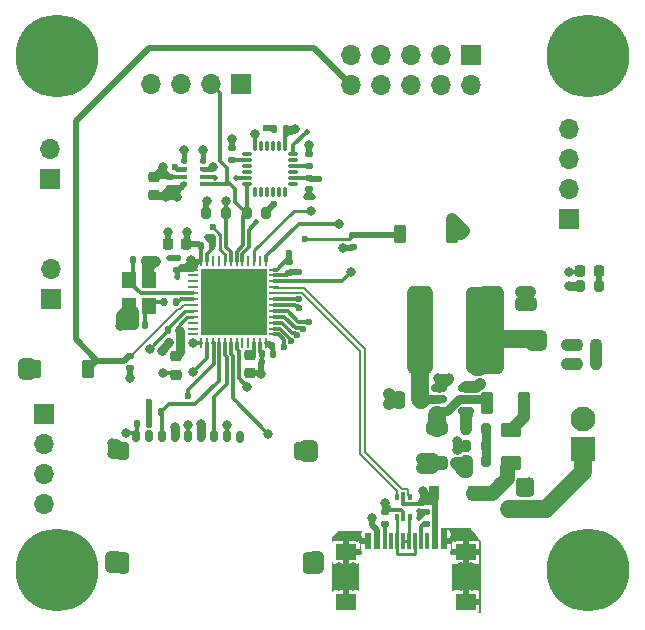
<source format=gbr>
%TF.GenerationSoftware,KiCad,Pcbnew,(6.0.7)*%
%TF.CreationDate,2022-09-16T23:20:04-07:00*%
%TF.ProjectId,All-in-one,416c6c2d-696e-42d6-9f6e-652e6b696361,rev?*%
%TF.SameCoordinates,Original*%
%TF.FileFunction,Copper,L1,Top*%
%TF.FilePolarity,Positive*%
%FSLAX46Y46*%
G04 Gerber Fmt 4.6, Leading zero omitted, Abs format (unit mm)*
G04 Created by KiCad (PCBNEW (6.0.7)) date 2022-09-16 23:20:04*
%MOMM*%
%LPD*%
G01*
G04 APERTURE LIST*
G04 Aperture macros list*
%AMRoundRect*
0 Rectangle with rounded corners*
0 $1 Rounding radius*
0 $2 $3 $4 $5 $6 $7 $8 $9 X,Y pos of 4 corners*
0 Add a 4 corners polygon primitive as box body*
4,1,4,$2,$3,$4,$5,$6,$7,$8,$9,$2,$3,0*
0 Add four circle primitives for the rounded corners*
1,1,$1+$1,$2,$3*
1,1,$1+$1,$4,$5*
1,1,$1+$1,$6,$7*
1,1,$1+$1,$8,$9*
0 Add four rect primitives between the rounded corners*
20,1,$1+$1,$2,$3,$4,$5,0*
20,1,$1+$1,$4,$5,$6,$7,0*
20,1,$1+$1,$6,$7,$8,$9,0*
20,1,$1+$1,$8,$9,$2,$3,0*%
G04 Aperture macros list end*
%TA.AperFunction,SMDPad,CuDef*%
%ADD10R,1.800000X1.450000*%
%TD*%
%TA.AperFunction,SMDPad,CuDef*%
%ADD11R,0.300000X1.450000*%
%TD*%
%TA.AperFunction,SMDPad,CuDef*%
%ADD12R,0.600000X1.450000*%
%TD*%
%TA.AperFunction,SMDPad,CuDef*%
%ADD13RoundRect,0.135000X-0.135000X-0.185000X0.135000X-0.185000X0.135000X0.185000X-0.135000X0.185000X0*%
%TD*%
%TA.AperFunction,SMDPad,CuDef*%
%ADD14RoundRect,0.250000X0.625000X-0.375000X0.625000X0.375000X-0.625000X0.375000X-0.625000X-0.375000X0*%
%TD*%
%TA.AperFunction,SMDPad,CuDef*%
%ADD15RoundRect,0.200000X0.200000X0.275000X-0.200000X0.275000X-0.200000X-0.275000X0.200000X-0.275000X0*%
%TD*%
%TA.AperFunction,SMDPad,CuDef*%
%ADD16RoundRect,0.200000X-0.200000X-0.275000X0.200000X-0.275000X0.200000X0.275000X-0.200000X0.275000X0*%
%TD*%
%TA.AperFunction,ComponentPad*%
%ADD17C,0.800000*%
%TD*%
%TA.AperFunction,ComponentPad*%
%ADD18C,7.000000*%
%TD*%
%TA.AperFunction,SMDPad,CuDef*%
%ADD19R,1.200000X1.400000*%
%TD*%
%TA.AperFunction,SMDPad,CuDef*%
%ADD20R,0.375000X0.500000*%
%TD*%
%TA.AperFunction,SMDPad,CuDef*%
%ADD21R,0.300000X0.650000*%
%TD*%
%TA.AperFunction,SMDPad,CuDef*%
%ADD22RoundRect,0.250000X0.275000X0.700000X-0.275000X0.700000X-0.275000X-0.700000X0.275000X-0.700000X0*%
%TD*%
%TA.AperFunction,SMDPad,CuDef*%
%ADD23RoundRect,0.135000X0.135000X0.185000X-0.135000X0.185000X-0.135000X-0.185000X0.135000X-0.185000X0*%
%TD*%
%TA.AperFunction,SMDPad,CuDef*%
%ADD24RoundRect,0.262500X-0.262500X-0.537500X0.262500X-0.537500X0.262500X0.537500X-0.262500X0.537500X0*%
%TD*%
%TA.AperFunction,SMDPad,CuDef*%
%ADD25RoundRect,0.140000X-0.170000X0.140000X-0.170000X-0.140000X0.170000X-0.140000X0.170000X0.140000X0*%
%TD*%
%TA.AperFunction,SMDPad,CuDef*%
%ADD26RoundRect,0.135000X-0.185000X0.135000X-0.185000X-0.135000X0.185000X-0.135000X0.185000X0.135000X0*%
%TD*%
%TA.AperFunction,SMDPad,CuDef*%
%ADD27RoundRect,0.140000X0.170000X-0.140000X0.170000X0.140000X-0.170000X0.140000X-0.170000X-0.140000X0*%
%TD*%
%TA.AperFunction,SMDPad,CuDef*%
%ADD28RoundRect,0.140000X-0.140000X-0.170000X0.140000X-0.170000X0.140000X0.170000X-0.140000X0.170000X0*%
%TD*%
%TA.AperFunction,ComponentPad*%
%ADD29O,1.700000X1.700000*%
%TD*%
%TA.AperFunction,ComponentPad*%
%ADD30R,1.700000X1.700000*%
%TD*%
%TA.AperFunction,SMDPad,CuDef*%
%ADD31RoundRect,0.150000X-0.150000X0.587500X-0.150000X-0.587500X0.150000X-0.587500X0.150000X0.587500X0*%
%TD*%
%TA.AperFunction,SMDPad,CuDef*%
%ADD32RoundRect,0.147500X-0.147500X-0.172500X0.147500X-0.172500X0.147500X0.172500X-0.147500X0.172500X0*%
%TD*%
%TA.AperFunction,SMDPad,CuDef*%
%ADD33RoundRect,0.262500X0.262500X0.537500X-0.262500X0.537500X-0.262500X-0.537500X0.262500X-0.537500X0*%
%TD*%
%TA.AperFunction,SMDPad,CuDef*%
%ADD34RoundRect,0.075000X0.075000X-0.350000X0.075000X0.350000X-0.075000X0.350000X-0.075000X-0.350000X0*%
%TD*%
%TA.AperFunction,SMDPad,CuDef*%
%ADD35RoundRect,0.075000X0.350000X0.075000X-0.350000X0.075000X-0.350000X-0.075000X0.350000X-0.075000X0*%
%TD*%
%TA.AperFunction,SMDPad,CuDef*%
%ADD36RoundRect,0.225000X0.225000X0.250000X-0.225000X0.250000X-0.225000X-0.250000X0.225000X-0.250000X0*%
%TD*%
%TA.AperFunction,SMDPad,CuDef*%
%ADD37RoundRect,0.250000X0.250000X0.475000X-0.250000X0.475000X-0.250000X-0.475000X0.250000X-0.475000X0*%
%TD*%
%TA.AperFunction,SMDPad,CuDef*%
%ADD38RoundRect,0.225000X-0.250000X0.225000X-0.250000X-0.225000X0.250000X-0.225000X0.250000X0.225000X0*%
%TD*%
%TA.AperFunction,SMDPad,CuDef*%
%ADD39RoundRect,0.140000X0.140000X0.170000X-0.140000X0.170000X-0.140000X-0.170000X0.140000X-0.170000X0*%
%TD*%
%TA.AperFunction,SMDPad,CuDef*%
%ADD40R,0.500000X0.350000*%
%TD*%
%TA.AperFunction,SMDPad,CuDef*%
%ADD41RoundRect,0.218750X0.218750X0.256250X-0.218750X0.256250X-0.218750X-0.256250X0.218750X-0.256250X0*%
%TD*%
%TA.AperFunction,SMDPad,CuDef*%
%ADD42RoundRect,0.175000X-0.175000X-0.325000X0.175000X-0.325000X0.175000X0.325000X-0.175000X0.325000X0*%
%TD*%
%TA.AperFunction,SMDPad,CuDef*%
%ADD43RoundRect,0.250000X-0.250000X-0.500000X0.250000X-0.500000X0.250000X0.500000X-0.250000X0.500000X0*%
%TD*%
%TA.AperFunction,SMDPad,CuDef*%
%ADD44RoundRect,0.250000X-0.250000X-0.650000X0.250000X-0.650000X0.250000X0.650000X-0.250000X0.650000X0*%
%TD*%
%TA.AperFunction,SMDPad,CuDef*%
%ADD45RoundRect,0.250000X0.650000X-0.325000X0.650000X0.325000X-0.650000X0.325000X-0.650000X-0.325000X0*%
%TD*%
%TA.AperFunction,SMDPad,CuDef*%
%ADD46RoundRect,0.135000X0.185000X-0.135000X0.185000X0.135000X-0.185000X0.135000X-0.185000X-0.135000X0*%
%TD*%
%TA.AperFunction,SMDPad,CuDef*%
%ADD47RoundRect,0.150000X-0.512500X-0.150000X0.512500X-0.150000X0.512500X0.150000X-0.512500X0.150000X0*%
%TD*%
%TA.AperFunction,ComponentPad*%
%ADD48R,2.100000X2.100000*%
%TD*%
%TA.AperFunction,ComponentPad*%
%ADD49C,2.100000*%
%TD*%
%TA.AperFunction,SMDPad,CuDef*%
%ADD50RoundRect,0.250000X-0.650000X0.325000X-0.650000X-0.325000X0.650000X-0.325000X0.650000X0.325000X0*%
%TD*%
%TA.AperFunction,SMDPad,CuDef*%
%ADD51R,0.900000X1.200000*%
%TD*%
%TA.AperFunction,SMDPad,CuDef*%
%ADD52RoundRect,0.550000X-0.550000X-3.200000X0.550000X-3.200000X0.550000X3.200000X-0.550000X3.200000X0*%
%TD*%
%TA.AperFunction,SMDPad,CuDef*%
%ADD53RoundRect,0.062500X-0.375000X-0.062500X0.375000X-0.062500X0.375000X0.062500X-0.375000X0.062500X0*%
%TD*%
%TA.AperFunction,SMDPad,CuDef*%
%ADD54RoundRect,0.062500X-0.062500X-0.375000X0.062500X-0.375000X0.062500X0.375000X-0.062500X0.375000X0*%
%TD*%
%TA.AperFunction,SMDPad,CuDef*%
%ADD55R,5.600000X5.600000*%
%TD*%
%TA.AperFunction,ViaPad*%
%ADD56C,0.500000*%
%TD*%
%TA.AperFunction,ViaPad*%
%ADD57C,0.800000*%
%TD*%
%TA.AperFunction,ViaPad*%
%ADD58C,0.600000*%
%TD*%
%TA.AperFunction,Conductor*%
%ADD59C,0.400000*%
%TD*%
%TA.AperFunction,Conductor*%
%ADD60C,0.500000*%
%TD*%
%TA.AperFunction,Conductor*%
%ADD61C,1.000000*%
%TD*%
%TA.AperFunction,Conductor*%
%ADD62C,0.261112*%
%TD*%
%TA.AperFunction,Conductor*%
%ADD63C,1.500000*%
%TD*%
%TA.AperFunction,Conductor*%
%ADD64C,0.300000*%
%TD*%
%TA.AperFunction,Conductor*%
%ADD65C,0.750000*%
%TD*%
%TA.AperFunction,Conductor*%
%ADD66C,0.175000*%
%TD*%
%TA.AperFunction,Conductor*%
%ADD67C,0.250000*%
%TD*%
%TA.AperFunction,Conductor*%
%ADD68C,0.200000*%
%TD*%
%TA.AperFunction,Conductor*%
%ADD69C,1.250000*%
%TD*%
G04 APERTURE END LIST*
D10*
%TO.P,J3,S1,SHIELD*%
%TO.N,GND*%
X51000000Y-62515000D03*
X51000000Y-66695000D03*
X61140000Y-62515000D03*
X61140000Y-66695000D03*
D11*
%TO.P,J3,B8,SBU2*%
%TO.N,unconnected-(J3-PadB8)*%
X54820000Y-61600000D03*
%TO.P,J3,B7,D-*%
%TO.N,USBC_CONND-*%
X55320000Y-61600000D03*
%TO.P,J3,B6,D+*%
%TO.N,USBC_CONND+*%
X56320000Y-61600000D03*
%TO.P,J3,B5,CC2*%
%TO.N,USBC_CONNCC2*%
X57320000Y-61600000D03*
D12*
%TO.P,J3,A9,VBUS*%
%TO.N,+5V*%
X58520000Y-61600000D03*
D11*
%TO.P,J3,A8,SBU1*%
%TO.N,unconnected-(J3-PadA8)*%
X57820000Y-61600000D03*
%TO.P,J3,A7,D-*%
%TO.N,USBC_CONND-*%
X56820000Y-61600000D03*
%TO.P,J3,A6,D+*%
%TO.N,USBC_CONND+*%
X55820000Y-61600000D03*
%TO.P,J3,A5,CC1*%
%TO.N,USBC_CONNCC1*%
X54320000Y-61600000D03*
D12*
%TO.P,J3,A4,VBUS*%
%TO.N,+5V*%
X53620000Y-61600000D03*
%TO.P,J3,A1,GND*%
%TO.N,GND*%
X52845000Y-61600000D03*
X59295000Y-61600000D03*
%TD*%
D13*
%TO.P,R11,1*%
%TO.N,SD_CARD_DET*%
X33290000Y-51650000D03*
%TO.P,R11,2*%
%TO.N,+3.3V*%
X34310000Y-51650000D03*
%TD*%
D14*
%TO.P,F1,1*%
%TO.N,Net-(D1-Pad1)*%
X64932500Y-54970000D03*
%TO.P,F1,2*%
%TO.N,Net-(F1-Pad2)*%
X64932500Y-52170000D03*
%TD*%
D15*
%TO.P,R3,2*%
%TO.N,GND*%
X61175000Y-54800000D03*
%TO.P,R3,1*%
%TO.N,Net-(R1-Pad2)*%
X62825000Y-54800000D03*
%TD*%
D16*
%TO.P,R2,1*%
%TO.N,+3.3V*%
X61175000Y-53500000D03*
%TO.P,R2,2*%
%TO.N,Net-(R1-Pad2)*%
X62825000Y-53500000D03*
%TD*%
%TO.P,R1,1*%
%TO.N,Net-(R1-Pad1)*%
X61175000Y-52100000D03*
%TO.P,R1,2*%
%TO.N,Net-(R1-Pad2)*%
X62825000Y-52100000D03*
%TD*%
D15*
%TO.P,R7,1*%
%TO.N,Net-(D3-Pad1)*%
X72425000Y-40000000D03*
%TO.P,R7,2*%
%TO.N,GND*%
X70775000Y-40000000D03*
%TD*%
D17*
%TO.P,H4,1,1*%
%TO.N,GND*%
X26500000Y-23125000D03*
X29125000Y-20500000D03*
D18*
X26500000Y-20500000D03*
D17*
X26500000Y-17875000D03*
X24643845Y-22356155D03*
X24643845Y-18643845D03*
X28356155Y-22356155D03*
X23875000Y-20500000D03*
X28356155Y-18643845D03*
%TD*%
D19*
%TO.P,Y1,1,1*%
%TO.N,HSE_IN*%
X32650000Y-39500000D03*
%TO.P,Y1,2,2*%
%TO.N,GND*%
X32650000Y-41700000D03*
%TO.P,Y1,3,3*%
%TO.N,Net-(C13-Pad1)*%
X34350000Y-41700000D03*
%TO.P,Y1,4,4*%
%TO.N,GND*%
X34350000Y-39500000D03*
%TD*%
D20*
%TO.P,U5,1,I/O1*%
%TO.N,USBC_CONND-*%
X55302500Y-59500000D03*
D21*
%TO.P,U5,2,GND*%
%TO.N,GND*%
X55840000Y-59575000D03*
D20*
%TO.P,U5,3,I/O2*%
%TO.N,USBC_CONND+*%
X56377500Y-59500000D03*
%TO.P,U5,4,I/O2*%
%TO.N,USB_D+*%
X56377500Y-57800000D03*
D21*
%TO.P,U5,5,VBUS*%
%TO.N,+5V*%
X55840000Y-57725000D03*
D20*
%TO.P,U5,6,I/O1*%
%TO.N,USB_D-*%
X55302500Y-57800000D03*
%TD*%
D22*
%TO.P,FB1,1*%
%TO.N,Net-(F1-Pad2)*%
X66075000Y-49900000D03*
%TO.P,FB1,2*%
%TO.N,Net-(C1-Pad1)*%
X62925000Y-49900000D03*
%TD*%
D23*
%TO.P,R6,1*%
%TO.N,HSE_OUT*%
X36610000Y-41300000D03*
%TO.P,R6,2*%
%TO.N,Net-(C13-Pad1)*%
X35590000Y-41300000D03*
%TD*%
D16*
%TO.P,R10,1*%
%TO.N,I2C1_SCL*%
X42575000Y-33800000D03*
%TO.P,R10,2*%
%TO.N,+3.3V*%
X44225000Y-33800000D03*
%TD*%
D24*
%TO.P,SW1,1,1*%
%TO.N,GND*%
X24675000Y-47000000D03*
%TO.P,SW1,2,2*%
%TO.N,NRST*%
X29125000Y-47000000D03*
%TD*%
D25*
%TO.P,C10,1*%
%TO.N,+3.3V*%
X46200000Y-37920000D03*
%TO.P,C10,2*%
%TO.N,GND*%
X46200000Y-38880000D03*
%TD*%
D23*
%TO.P,R8,1*%
%TO.N,SPI1_MISO*%
X35360000Y-50650000D03*
%TO.P,R8,2*%
%TO.N,+3.3V*%
X34340000Y-50650000D03*
%TD*%
D26*
%TO.P,R5,2*%
%TO.N,GND*%
X51600000Y-36710000D03*
%TO.P,R5,1*%
%TO.N,BOOT0*%
X51600000Y-35690000D03*
%TD*%
D27*
%TO.P,C19,1*%
%TO.N,Net-(C19-Pad1)*%
X47900000Y-29780000D03*
%TO.P,C19,2*%
%TO.N,GND*%
X47900000Y-28820000D03*
%TD*%
D28*
%TO.P,C12,1*%
%TO.N,HSE_IN*%
X32990000Y-37800000D03*
%TO.P,C12,2*%
%TO.N,GND*%
X33950000Y-37800000D03*
%TD*%
D29*
%TO.P,J9,4,Pin_4*%
%TO.N,GND*%
X69900000Y-26680000D03*
%TO.P,J9,3,Pin_3*%
%TO.N,UART2_RX*%
X69900000Y-29220000D03*
%TO.P,J9,2,Pin_2*%
%TO.N,UART2_TX*%
X69900000Y-31760000D03*
D30*
%TO.P,J9,1,Pin_1*%
%TO.N,+3.3V*%
X69900000Y-34300000D03*
%TD*%
D31*
%TO.P,Q1,1,G*%
%TO.N,GND*%
X65750000Y-56962500D03*
%TO.P,Q1,2,S*%
%TO.N,Net-(D1-Pad1)*%
X63850000Y-56962500D03*
%TO.P,Q1,3,D*%
%TO.N,+12V*%
X64800000Y-58837500D03*
%TD*%
D32*
%TO.P,L2,1*%
%TO.N,+3.3V*%
X36015000Y-44750000D03*
%TO.P,L2,2*%
%TO.N,+3.3VA*%
X36985000Y-44750000D03*
%TD*%
D33*
%TO.P,SW2,1,1*%
%TO.N,+3.3V*%
X60000000Y-35600000D03*
%TO.P,SW2,2,2*%
%TO.N,BOOT0*%
X55550000Y-35600000D03*
%TD*%
D34*
%TO.P,U4,1,CLKIN*%
%TO.N,unconnected-(U4-Pad1)*%
X43325000Y-32000000D03*
%TO.P,U4,2,NC*%
%TO.N,unconnected-(U4-Pad2)*%
X43825000Y-32000000D03*
%TO.P,U4,3,NC*%
%TO.N,unconnected-(U4-Pad3)*%
X44325000Y-32000000D03*
%TO.P,U4,4,NC*%
%TO.N,unconnected-(U4-Pad4)*%
X44825000Y-32000000D03*
%TO.P,U4,5,NC*%
%TO.N,unconnected-(U4-Pad5)*%
X45325000Y-32000000D03*
%TO.P,U4,6,AUX_SDA*%
%TO.N,unconnected-(U4-Pad6)*%
X45825000Y-32000000D03*
D35*
%TO.P,U4,7,AUX_SCL*%
%TO.N,unconnected-(U4-Pad7)*%
X46525000Y-31300000D03*
%TO.P,U4,8,VDDIO*%
%TO.N,+3.3V*%
X46525000Y-30800000D03*
%TO.P,U4,9,AD0*%
%TO.N,unconnected-(U4-Pad9)*%
X46525000Y-30300000D03*
%TO.P,U4,10,REGOUT*%
%TO.N,Net-(C19-Pad1)*%
X46525000Y-29800000D03*
%TO.P,U4,11,FSYNC*%
%TO.N,unconnected-(U4-Pad11)*%
X46525000Y-29300000D03*
%TO.P,U4,12,INT*%
%TO.N,MPU_INT*%
X46525000Y-28800000D03*
D34*
%TO.P,U4,13,VDD*%
%TO.N,+3.3V*%
X45825000Y-28100000D03*
%TO.P,U4,14,NC*%
%TO.N,unconnected-(U4-Pad14)*%
X45325000Y-28100000D03*
%TO.P,U4,15,NC*%
%TO.N,unconnected-(U4-Pad15)*%
X44825000Y-28100000D03*
%TO.P,U4,16,NC*%
%TO.N,unconnected-(U4-Pad16)*%
X44325000Y-28100000D03*
%TO.P,U4,17,NC*%
%TO.N,unconnected-(U4-Pad17)*%
X43825000Y-28100000D03*
%TO.P,U4,18,GND*%
%TO.N,GND*%
X43325000Y-28100000D03*
D35*
%TO.P,U4,19,NC*%
%TO.N,unconnected-(U4-Pad19)*%
X42625000Y-28800000D03*
%TO.P,U4,20,CPOUT*%
%TO.N,Net-(C20-Pad1)*%
X42625000Y-29300000D03*
%TO.P,U4,21,NC*%
%TO.N,unconnected-(U4-Pad21)*%
X42625000Y-29800000D03*
%TO.P,U4,22,NC*%
%TO.N,unconnected-(U4-Pad22)*%
X42625000Y-30300000D03*
%TO.P,U4,23,SCL*%
%TO.N,I2C1_SDA*%
X42625000Y-30800000D03*
%TO.P,U4,24,SDA*%
%TO.N,I2C1_SCL*%
X42625000Y-31300000D03*
%TD*%
D29*
%TO.P,J6,10,Pin_10*%
%TO.N,NRST*%
X51440000Y-22965000D03*
%TO.P,J6,9,Pin_9*%
%TO.N,GND*%
X51440000Y-20425000D03*
%TO.P,J6,8,Pin_8*%
%TO.N,unconnected-(J6-Pad8)*%
X53980000Y-22965000D03*
%TO.P,J6,7,Pin_7*%
%TO.N,unconnected-(J6-Pad7)*%
X53980000Y-20425000D03*
%TO.P,J6,6,Pin_6*%
%TO.N,SWO*%
X56520000Y-22965000D03*
%TO.P,J6,5,Pin_5*%
%TO.N,GND*%
X56520000Y-20425000D03*
%TO.P,J6,4,Pin_4*%
%TO.N,SWCLK*%
X59060000Y-22965000D03*
%TO.P,J6,3,Pin_3*%
%TO.N,GND*%
X59060000Y-20425000D03*
%TO.P,J6,2,Pin_2*%
%TO.N,SWDIO*%
X61600000Y-22965000D03*
D30*
%TO.P,J6,1,Pin_1*%
%TO.N,+3.3V*%
X61600000Y-20425000D03*
%TD*%
D36*
%TO.P,C7,1*%
%TO.N,+3.3V*%
X37475000Y-36400000D03*
%TO.P,C7,2*%
%TO.N,GND*%
X35925000Y-36400000D03*
%TD*%
D30*
%TO.P,J8,1,Pin_1*%
%TO.N,TIM3_CH4*%
X26000000Y-41060000D03*
D29*
%TO.P,J8,2,Pin_2*%
%TO.N,GND*%
X26000000Y-38520000D03*
%TD*%
D37*
%TO.P,C2,1*%
%TO.N,Net-(C2-Pad1)*%
X57350000Y-49600000D03*
%TO.P,C2,2*%
%TO.N,Net-(C2-Pad2)*%
X55450000Y-49600000D03*
%TD*%
D38*
%TO.P,C14,1*%
%TO.N,Net-(C14-Pad1)*%
X42900000Y-45825000D03*
%TO.P,C14,2*%
%TO.N,GND*%
X42900000Y-47375000D03*
%TD*%
D39*
%TO.P,C9,1*%
%TO.N,+3.3V*%
X44830000Y-45700000D03*
%TO.P,C9,2*%
%TO.N,GND*%
X43870000Y-45700000D03*
%TD*%
D28*
%TO.P,C11,1*%
%TO.N,+3.3V*%
X38720000Y-36600000D03*
%TO.P,C11,2*%
%TO.N,GND*%
X39680000Y-36600000D03*
%TD*%
D17*
%TO.P,H3,1,1*%
%TO.N,GND*%
X74125000Y-64000000D03*
X73356155Y-65856155D03*
X69643845Y-62143845D03*
X73356155Y-62143845D03*
X68875000Y-64000000D03*
X71500000Y-66625000D03*
X69643845Y-65856155D03*
X71500000Y-61375000D03*
D18*
X71500000Y-64000000D03*
%TD*%
D38*
%TO.P,C15,1*%
%TO.N,+3.3V*%
X34700000Y-30725000D03*
%TO.P,C15,2*%
%TO.N,GND*%
X34700000Y-32275000D03*
%TD*%
%TO.P,C5,1*%
%TO.N,+3.3VA*%
X36600000Y-45925000D03*
%TO.P,C5,2*%
%TO.N,GND*%
X36600000Y-47475000D03*
%TD*%
D15*
%TO.P,R4,1*%
%TO.N,Net-(D2-Pad1)*%
X72200000Y-46600000D03*
%TO.P,R4,2*%
%TO.N,GND*%
X70550000Y-46600000D03*
%TD*%
%TO.P,R9,1*%
%TO.N,I2C1_SDA*%
X40825000Y-33800000D03*
%TO.P,R9,2*%
%TO.N,+3.3V*%
X39175000Y-33800000D03*
%TD*%
D25*
%TO.P,C16,1*%
%TO.N,+3.3V*%
X36100000Y-30720000D03*
%TO.P,C16,2*%
%TO.N,GND*%
X36100000Y-31680000D03*
%TD*%
D39*
%TO.P,C18,1*%
%TO.N,+3.3V*%
X45880000Y-26700000D03*
%TO.P,C18,2*%
%TO.N,GND*%
X44920000Y-26700000D03*
%TD*%
D40*
%TO.P,U3,1,GND*%
%TO.N,GND*%
X38900000Y-29425000D03*
%TO.P,U3,2,CSB*%
%TO.N,+3.3V*%
X38900000Y-30075000D03*
%TO.P,U3,3,SDI*%
%TO.N,I2C1_SDA*%
X38900000Y-30725000D03*
%TO.P,U3,4,SCK*%
%TO.N,I2C1_SCL*%
X38900000Y-31375000D03*
%TO.P,U3,5,SDO*%
%TO.N,GND*%
X37300000Y-31375000D03*
%TO.P,U3,6,VDDIO*%
%TO.N,+3.3V*%
X37300000Y-30725000D03*
%TO.P,U3,7,GND*%
%TO.N,GND*%
X37300000Y-30075000D03*
%TO.P,U3,8,VDD*%
%TO.N,+3.3V*%
X37300000Y-29425000D03*
%TD*%
D41*
%TO.P,D2,1,K*%
%TO.N,Net-(D2-Pad1)*%
X72152500Y-44980000D03*
%TO.P,D2,2,A*%
%TO.N,+3.3V*%
X70577500Y-44980000D03*
%TD*%
D42*
%TO.P,J2,1,DAT2*%
%TO.N,unconnected-(J2-Pad1)*%
X42040000Y-52723637D03*
%TO.P,J2,2,DAT3/CD*%
%TO.N,SPI1_NSS*%
X40940000Y-52707879D03*
%TO.P,J2,3,CMD*%
%TO.N,SPI1_MOSI*%
X39840000Y-52692121D03*
%TO.P,J2,4,VDD*%
%TO.N,+3.3V*%
X38740000Y-52707879D03*
%TO.P,J2,5,CLK*%
%TO.N,SPI1_SCK*%
X37640000Y-52707879D03*
%TO.P,J2,6,VSS*%
%TO.N,GND*%
X36540000Y-52707879D03*
%TO.P,J2,7,DAT0*%
%TO.N,SPI1_MISO*%
X35440000Y-52707879D03*
%TO.P,J2,8,DAT1*%
%TO.N,unconnected-(J2-Pad8)*%
X34340000Y-52707879D03*
%TO.P,J2,9,DET_B*%
%TO.N,SD_CARD_DET*%
X33240000Y-52707879D03*
D43*
%TO.P,J2,11,SHIELD*%
%TO.N,GND*%
X32140000Y-53957879D03*
D44*
X47860000Y-63407879D03*
X32140000Y-63407879D03*
D43*
X47090000Y-53957879D03*
%TD*%
D45*
%TO.P,C3,1*%
%TO.N,+3.3V*%
X66200000Y-44475000D03*
%TO.P,C3,2*%
%TO.N,GND*%
X66200000Y-41525000D03*
%TD*%
D25*
%TO.P,C17,1*%
%TO.N,+3.3V*%
X47850000Y-30840000D03*
%TO.P,C17,2*%
%TO.N,GND*%
X47850000Y-31800000D03*
%TD*%
D46*
%TO.P,R13,1*%
%TO.N,USBC_CONNCC1*%
X54260000Y-60160000D03*
%TO.P,R13,2*%
%TO.N,GND*%
X54260000Y-59140000D03*
%TD*%
D47*
%TO.P,U1,1,GND*%
%TO.N,GND*%
X58895000Y-48620000D03*
%TO.P,U1,2,SW/LX*%
%TO.N,Net-(C2-Pad1)*%
X58895000Y-49570000D03*
%TO.P,U1,3,IN*%
%TO.N,Net-(C1-Pad1)*%
X58895000Y-50520000D03*
%TO.P,U1,4,FB*%
%TO.N,Net-(R1-Pad1)*%
X61170000Y-50520000D03*
%TO.P,U1,5,EN*%
%TO.N,Net-(C1-Pad1)*%
X61170000Y-49570000D03*
%TO.P,U1,6,BS*%
%TO.N,Net-(C2-Pad2)*%
X61170000Y-48620000D03*
%TD*%
D41*
%TO.P,D3,1,K*%
%TO.N,Net-(D3-Pad1)*%
X72387500Y-38700000D03*
%TO.P,D3,2,A*%
%TO.N,LED_STATUS*%
X70812500Y-38700000D03*
%TD*%
D30*
%TO.P,J5,1,Pin_1*%
%TO.N,GPIO_1*%
X25450000Y-50800000D03*
D29*
%TO.P,J5,2,Pin_2*%
%TO.N,GPIO_2*%
X25450000Y-53340000D03*
%TO.P,J5,3,Pin_3*%
%TO.N,GPIO_3*%
X25450000Y-55880000D03*
%TO.P,J5,4,Pin_4*%
%TO.N,GPIO_4*%
X25450000Y-58420000D03*
%TD*%
D30*
%TO.P,J7,1,Pin_1*%
%TO.N,TIM2_CH4*%
X25900000Y-30875000D03*
D29*
%TO.P,J7,2,Pin_2*%
%TO.N,GND*%
X25900000Y-28335000D03*
%TD*%
D39*
%TO.P,C6,1*%
%TO.N,+3.3VA*%
X36880000Y-43700000D03*
%TO.P,C6,2*%
%TO.N,GND*%
X35920000Y-43700000D03*
%TD*%
%TO.P,C13,1*%
%TO.N,Net-(C13-Pad1)*%
X33980000Y-43300000D03*
%TO.P,C13,2*%
%TO.N,GND*%
X33020000Y-43300000D03*
%TD*%
D27*
%TO.P,C20,1*%
%TO.N,Net-(C20-Pad1)*%
X41300000Y-29280000D03*
%TO.P,C20,2*%
%TO.N,GND*%
X41300000Y-28320000D03*
%TD*%
D29*
%TO.P,J4,4,Pin_4*%
%TO.N,GND*%
X34480000Y-22900000D03*
%TO.P,J4,3,Pin_3*%
%TO.N,I2C1_SDA*%
X37020000Y-22900000D03*
%TO.P,J4,2,Pin_2*%
%TO.N,I2C1_SCL*%
X39560000Y-22900000D03*
D30*
%TO.P,J4,1,Pin_1*%
%TO.N,+3.3V*%
X42100000Y-22900000D03*
%TD*%
D17*
%TO.P,H1,1,1*%
%TO.N,GND*%
X68875000Y-20500000D03*
X71500000Y-23125000D03*
D18*
X71500000Y-20500000D03*
D17*
X69643845Y-22356155D03*
X73356155Y-18643845D03*
X73356155Y-22356155D03*
X71500000Y-17875000D03*
X74125000Y-20500000D03*
X69643845Y-18643845D03*
%TD*%
D48*
%TO.P,J1,1,Pin_1*%
%TO.N,+12V*%
X71100000Y-53769999D03*
D49*
%TO.P,J1,2,Pin_2*%
%TO.N,GND*%
X71100000Y-51229999D03*
%TD*%
D50*
%TO.P,C1,1*%
%TO.N,Net-(C1-Pad1)*%
X58700000Y-52025000D03*
%TO.P,C1,2*%
%TO.N,GND*%
X58700000Y-54975000D03*
%TD*%
D17*
%TO.P,H2,1,1*%
%TO.N,GND*%
X26500000Y-66625000D03*
X28356155Y-62143845D03*
X24643845Y-65856155D03*
X26500000Y-61375000D03*
X28356155Y-65856155D03*
X24643845Y-62143845D03*
X29125000Y-64000000D03*
X23875000Y-64000000D03*
D18*
X26500000Y-64000000D03*
%TD*%
D46*
%TO.P,R12,1*%
%TO.N,USBC_CONNCC2*%
X57770000Y-60140000D03*
%TO.P,R12,2*%
%TO.N,GND*%
X57770000Y-59120000D03*
%TD*%
D51*
%TO.P,D1,1,K*%
%TO.N,Net-(D1-Pad1)*%
X61720000Y-57475000D03*
%TO.P,D1,2,A*%
%TO.N,+5V*%
X58420000Y-57475000D03*
%TD*%
D27*
%TO.P,C4,1*%
%TO.N,GND*%
X32700000Y-46880000D03*
%TO.P,C4,2*%
%TO.N,NRST*%
X32700000Y-45920000D03*
%TD*%
%TO.P,C8,1*%
%TO.N,+3.3V*%
X36700000Y-38590000D03*
%TO.P,C8,2*%
%TO.N,GND*%
X36700000Y-37630000D03*
%TD*%
D52*
%TO.P,L1,1*%
%TO.N,Net-(C2-Pad1)*%
X57300000Y-43700000D03*
%TO.P,L1,2*%
%TO.N,+3.3V*%
X63300000Y-43700000D03*
%TD*%
D53*
%TO.P,U2,1,VBAT*%
%TO.N,+3.3V*%
X38037500Y-38580000D03*
%TO.P,U2,2,PC13*%
%TO.N,unconnected-(U2-Pad2)*%
X38037500Y-39080000D03*
%TO.P,U2,3,PC14*%
%TO.N,unconnected-(U2-Pad3)*%
X38037500Y-39580000D03*
%TO.P,U2,4,PC15*%
%TO.N,unconnected-(U2-Pad4)*%
X38037500Y-40080000D03*
%TO.P,U2,5,PH0*%
%TO.N,HSE_IN*%
X38037500Y-40580000D03*
%TO.P,U2,6,PH1*%
%TO.N,HSE_OUT*%
X38037500Y-41080000D03*
%TO.P,U2,7,NRST*%
%TO.N,NRST*%
X38037500Y-41580000D03*
%TO.P,U2,8,VSSA*%
%TO.N,GND*%
X38037500Y-42080000D03*
%TO.P,U2,9,VREF+/VDDA*%
%TO.N,+3.3VA*%
X38037500Y-42580000D03*
%TO.P,U2,10,PA0*%
%TO.N,unconnected-(U2-Pad10)*%
X38037500Y-43080000D03*
%TO.P,U2,11,PA1*%
%TO.N,unconnected-(U2-Pad11)*%
X38037500Y-43580000D03*
%TO.P,U2,12,PA2*%
%TO.N,unconnected-(U2-Pad12)*%
X38037500Y-44080000D03*
D54*
%TO.P,U2,13,PA3*%
%TO.N,TIM2_CH4*%
X38725000Y-44767500D03*
%TO.P,U2,14,PA4*%
%TO.N,SPI1_NSS*%
X39225000Y-44767500D03*
%TO.P,U2,15,PA5*%
%TO.N,SPI1_SCK*%
X39725000Y-44767500D03*
%TO.P,U2,16,PA6*%
%TO.N,SPI1_MISO*%
X40225000Y-44767500D03*
%TO.P,U2,17,PA7*%
%TO.N,SPI1_MOSI*%
X40725000Y-44767500D03*
%TO.P,U2,18,PB0*%
%TO.N,SD_CARD_DET*%
X41225000Y-44767500D03*
%TO.P,U2,19,PB1*%
%TO.N,TIM3_CH4*%
X41725000Y-44767500D03*
%TO.P,U2,20,PB2*%
%TO.N,unconnected-(U2-Pad20)*%
X42225000Y-44767500D03*
%TO.P,U2,21,PB10*%
%TO.N,unconnected-(U2-Pad21)*%
X42725000Y-44767500D03*
%TO.P,U2,22,VCAP1*%
%TO.N,Net-(C14-Pad1)*%
X43225000Y-44767500D03*
%TO.P,U2,23,VSS*%
%TO.N,GND*%
X43725000Y-44767500D03*
%TO.P,U2,24,VDD*%
%TO.N,+3.3V*%
X44225000Y-44767500D03*
D53*
%TO.P,U2,25,PB12*%
%TO.N,GPIO_1*%
X44912500Y-44080000D03*
%TO.P,U2,26,PB13*%
%TO.N,GPIO_2*%
X44912500Y-43580000D03*
%TO.P,U2,27,PB14*%
%TO.N,GPIO_3*%
X44912500Y-43080000D03*
%TO.P,U2,28,PB15*%
%TO.N,GPIO_4*%
X44912500Y-42580000D03*
%TO.P,U2,29,PA8*%
%TO.N,LED_STATUS*%
X44912500Y-42080000D03*
%TO.P,U2,30,PA9*%
%TO.N,UART2_TX*%
X44912500Y-41580000D03*
%TO.P,U2,31,PA10*%
%TO.N,UART2_RX*%
X44912500Y-41080000D03*
%TO.P,U2,32,PA11*%
%TO.N,USB_D-*%
X44912500Y-40580000D03*
%TO.P,U2,33,PA12*%
%TO.N,USB_D+*%
X44912500Y-40080000D03*
%TO.P,U2,34,PA13*%
%TO.N,SWDIO*%
X44912500Y-39580000D03*
%TO.P,U2,35,VSS*%
%TO.N,GND*%
X44912500Y-39080000D03*
%TO.P,U2,36,VDD*%
%TO.N,+3.3V*%
X44912500Y-38580000D03*
D54*
%TO.P,U2,37,PA14*%
%TO.N,SWCLK*%
X44225000Y-37892500D03*
%TO.P,U2,38,PA15*%
%TO.N,unconnected-(U2-Pad38)*%
X43725000Y-37892500D03*
%TO.P,U2,39,PB3*%
%TO.N,SWO*%
X43225000Y-37892500D03*
%TO.P,U2,40,PB4*%
%TO.N,unconnected-(U2-Pad40)*%
X42725000Y-37892500D03*
%TO.P,U2,41,PB5*%
%TO.N,MPU_INT*%
X42225000Y-37892500D03*
%TO.P,U2,42,PB6*%
%TO.N,I2C1_SCL*%
X41725000Y-37892500D03*
%TO.P,U2,43,PB7*%
%TO.N,I2C1_SDA*%
X41225000Y-37892500D03*
%TO.P,U2,44,BOOT0*%
%TO.N,BOOT0*%
X40725000Y-37892500D03*
%TO.P,U2,45,PB8*%
%TO.N,unconnected-(U2-Pad45)*%
X40225000Y-37892500D03*
%TO.P,U2,46,PB9*%
%TO.N,unconnected-(U2-Pad46)*%
X39725000Y-37892500D03*
%TO.P,U2,47,VSS*%
%TO.N,GND*%
X39225000Y-37892500D03*
%TO.P,U2,48,VDD*%
%TO.N,+3.3V*%
X38725000Y-37892500D03*
D55*
%TO.P,U2,49,VSS*%
%TO.N,GND*%
X41475000Y-41330000D03*
%TD*%
D56*
%TO.N,+3.3V*%
X36700000Y-39200000D03*
D57*
%TO.N,GND*%
X43800000Y-47400000D03*
X66500000Y-57400000D03*
X66500000Y-56600000D03*
X61200000Y-55700000D03*
X60300000Y-55000000D03*
X57400000Y-55400000D03*
X57400000Y-54600000D03*
%TO.N,SD_CARD_DET*%
X32400245Y-52400000D03*
X44400000Y-52500000D03*
%TO.N,GND*%
X23700000Y-47400000D03*
X23700000Y-46600000D03*
X69665000Y-46580000D03*
%TO.N,+3.3V*%
X69665000Y-44980000D03*
%TO.N,GND*%
X66600000Y-40500000D03*
X65800000Y-40500000D03*
X69900000Y-40000000D03*
%TO.N,LED_STATUS*%
X69887500Y-38831250D03*
%TO.N,+3.3V*%
X61700000Y-41500000D03*
X61700000Y-45900000D03*
D58*
%TO.N,BOOT0*%
X47500000Y-36000000D03*
X39700000Y-35000000D03*
D57*
%TO.N,+3.3V*%
X61000000Y-35300000D03*
X37900000Y-37800000D03*
X60350000Y-53100000D03*
X67500000Y-44200000D03*
X61700000Y-44200000D03*
X35500000Y-29900000D03*
X67500000Y-45000000D03*
X61700000Y-43300000D03*
X61700000Y-42400000D03*
D58*
X34300000Y-49800000D03*
D57*
X38700000Y-51700000D03*
X39200000Y-32800000D03*
X46700000Y-26700000D03*
X60350000Y-53900000D03*
D58*
X46200000Y-37200000D03*
X44900000Y-33000000D03*
D57*
X35400000Y-45450000D03*
X60000000Y-34300000D03*
X39700000Y-29900000D03*
X37300000Y-28500000D03*
X61700000Y-45100000D03*
D58*
X48700000Y-30900000D03*
X44750000Y-45000000D03*
D57*
X37500000Y-35400000D03*
%TO.N,+5V*%
X57481928Y-57300000D03*
X57481928Y-58200500D03*
X53200000Y-59600000D03*
D58*
%TO.N,LED_STATUS*%
X47850000Y-43000000D03*
D57*
%TO.N,SPI1_NSS*%
X38000000Y-47300000D03*
X40940000Y-51740000D03*
%TO.N,SPI1_SCK*%
X37650000Y-51750000D03*
D58*
X37650000Y-49300000D03*
%TO.N,GPIO_1*%
X45750000Y-45150000D03*
%TO.N,GPIO_2*%
X46326500Y-44607364D03*
%TO.N,GPIO_3*%
X46854112Y-44107932D03*
%TO.N,GPIO_4*%
X47372783Y-43599222D03*
D57*
%TO.N,I2C1_SDA*%
X40800000Y-32800000D03*
D56*
X41700000Y-30800000D03*
X39900000Y-30800000D03*
D58*
%TO.N,UART2_TX*%
X47051761Y-41824656D03*
%TO.N,UART2_RX*%
X47000000Y-41100000D03*
D57*
%TO.N,SWDIO*%
X51400000Y-38800000D03*
%TO.N,SWCLK*%
X50400000Y-34700000D03*
%TO.N,SWO*%
X48000000Y-33600000D03*
%TO.N,Net-(C2-Pad2)*%
X54600000Y-49100000D03*
X62300000Y-48300000D03*
X54600000Y-50000000D03*
D56*
%TO.N,MPU_INT*%
X47700000Y-26900000D03*
X43400000Y-34600000D03*
D57*
%TO.N,GND*%
X54260000Y-58360000D03*
D56*
X57200000Y-59600000D03*
D58*
X36500000Y-29900000D03*
X43900000Y-46400000D03*
D57*
X38900000Y-28500000D03*
X59700000Y-47800000D03*
D56*
X47600000Y-32400000D03*
D57*
X51600000Y-63800000D03*
D58*
X47000000Y-38800000D03*
D57*
X31100000Y-62900000D03*
X60200000Y-61200000D03*
X50400000Y-65400000D03*
X36650000Y-32450000D03*
X34900000Y-37850000D03*
X42350000Y-41250000D03*
X61200000Y-61200000D03*
X50900000Y-61200000D03*
X51900000Y-61200000D03*
X61700000Y-65400000D03*
X60700000Y-65400000D03*
X43300000Y-27100000D03*
X43300000Y-41250000D03*
X61600000Y-63800000D03*
D56*
X36000000Y-37600000D03*
D57*
X35500000Y-47350000D03*
D56*
X57200000Y-59000000D03*
D57*
X48700000Y-63800000D03*
X31100000Y-63800000D03*
X39550000Y-41250000D03*
X41450000Y-41250000D03*
X58800000Y-47800000D03*
X31900000Y-43350000D03*
X47900000Y-28000000D03*
D56*
X39700000Y-35800000D03*
D57*
X36550000Y-51900000D03*
X51600000Y-65400000D03*
X48100000Y-54400000D03*
X31200000Y-54200000D03*
X35750000Y-32450000D03*
X40550000Y-41250000D03*
X48100000Y-53500000D03*
D56*
X48200000Y-32400000D03*
D57*
X41300000Y-27500000D03*
X34400000Y-45300000D03*
X31200000Y-53300000D03*
D56*
X39200000Y-35800000D03*
D57*
X50700000Y-36800000D03*
X35900000Y-35400000D03*
X60700000Y-63800000D03*
D58*
X44200000Y-26600000D03*
D57*
X48700000Y-62900000D03*
X32700000Y-47800000D03*
X50400000Y-63800000D03*
%TO.N,TIM2_CH4*%
X38000000Y-44804500D03*
%TO.N,TIM3_CH4*%
X42600000Y-48500000D03*
%TD*%
D59*
%TO.N,+3.3V*%
X36700000Y-39200000D02*
X36700000Y-38590000D01*
D60*
X37500000Y-35400000D02*
X37500000Y-36375000D01*
X37500000Y-36375000D02*
X37475000Y-36400000D01*
%TO.N,GND*%
X35900000Y-35400000D02*
X35925000Y-35425000D01*
X35925000Y-35425000D02*
X35925000Y-36400000D01*
X43800000Y-47400000D02*
X43800000Y-46500000D01*
X43800000Y-46500000D02*
X43900000Y-46400000D01*
X42900000Y-47375000D02*
X43775000Y-47375000D01*
X43775000Y-47375000D02*
X43800000Y-47400000D01*
D61*
%TO.N,+3.3V*%
X61000000Y-35300000D02*
X60000000Y-34300000D01*
X60000000Y-35600000D02*
X60700000Y-35600000D01*
X60700000Y-35600000D02*
X61000000Y-35300000D01*
X60000000Y-34300000D02*
X60000000Y-35600000D01*
D60*
%TO.N,BOOT0*%
X55550000Y-35600000D02*
X55450000Y-35700000D01*
X55450000Y-35700000D02*
X51610000Y-35700000D01*
X51610000Y-35700000D02*
X51600000Y-35690000D01*
D62*
X51600000Y-35690000D02*
X51290000Y-36000000D01*
X51290000Y-36000000D02*
X47500000Y-36000000D01*
D60*
%TO.N,GND*%
X50700000Y-36800000D02*
X51510000Y-36800000D01*
D63*
%TO.N,+12V*%
X64800000Y-58837500D02*
X67962500Y-58837500D01*
X67962500Y-58837500D02*
X71100000Y-55700000D01*
X71100000Y-55700000D02*
X71100000Y-53769999D01*
D60*
%TO.N,NRST*%
X29800000Y-46200000D02*
X28100000Y-44500000D01*
X28100000Y-44500000D02*
X28100000Y-26000000D01*
X28100000Y-26000000D02*
X34300000Y-19800000D01*
X34300000Y-19800000D02*
X48275000Y-19800000D01*
X48275000Y-19800000D02*
X51440000Y-22965000D01*
D64*
%TO.N,LED_STATUS*%
X70681250Y-38831250D02*
X70812500Y-38700000D01*
X69887500Y-38831250D02*
X70681250Y-38831250D01*
D61*
%TO.N,GND*%
X60300000Y-55000000D02*
X60975000Y-55000000D01*
X60975000Y-55000000D02*
X61175000Y-54800000D01*
X61200000Y-55700000D02*
X61000000Y-55700000D01*
X61000000Y-55700000D02*
X60300000Y-55000000D01*
X61200000Y-55700000D02*
X61200000Y-54825000D01*
X61200000Y-54825000D02*
X61175000Y-54800000D01*
X57400000Y-54600000D02*
X58325000Y-54600000D01*
X58325000Y-54600000D02*
X58700000Y-54975000D01*
X57400000Y-55400000D02*
X58275000Y-55400000D01*
X58275000Y-55400000D02*
X58700000Y-54975000D01*
D60*
%TO.N,NRST*%
X29125000Y-47000000D02*
X29825000Y-46300000D01*
X29825000Y-46300000D02*
X32238852Y-46300000D01*
X32238852Y-46300000D02*
X32618852Y-45920000D01*
X32618852Y-45920000D02*
X32700000Y-45920000D01*
D64*
%TO.N,SD_CARD_DET*%
X32400245Y-52400000D02*
X32932121Y-52400000D01*
X32932121Y-52400000D02*
X33240000Y-52707879D01*
X41400000Y-49500000D02*
X44400000Y-52500000D01*
X41400000Y-45866921D02*
X41400000Y-49500000D01*
X41225000Y-45691921D02*
X41400000Y-45866921D01*
X41225000Y-44767500D02*
X41225000Y-45691921D01*
%TO.N,TIM3_CH4*%
X42600000Y-48500000D02*
X41900000Y-47800000D01*
X41900000Y-47800000D02*
X41900000Y-45480209D01*
X41900000Y-45480209D02*
X41725000Y-45305209D01*
X41725000Y-45305209D02*
X41725000Y-44767500D01*
%TO.N,SPI1_NSS*%
X38000000Y-47300000D02*
X39225000Y-46075000D01*
X39225000Y-46075000D02*
X39225000Y-44767500D01*
D61*
%TO.N,GND*%
X23700000Y-47400000D02*
X23700000Y-46600000D01*
X23700000Y-47400000D02*
X24275000Y-47400000D01*
X24275000Y-47400000D02*
X24675000Y-47000000D01*
X23700000Y-46600000D02*
X24275000Y-46600000D01*
X24275000Y-46600000D02*
X24675000Y-47000000D01*
D60*
X32700000Y-46880000D02*
X32700000Y-47800000D01*
D61*
X69665000Y-46580000D02*
X70530000Y-46580000D01*
X70530000Y-46580000D02*
X70550000Y-46600000D01*
%TO.N,+3.3V*%
X69665000Y-44980000D02*
X70577500Y-44980000D01*
%TO.N,Net-(D2-Pad1)*%
X72200000Y-46600000D02*
X72200000Y-45027500D01*
X72200000Y-45027500D02*
X72152500Y-44980000D01*
%TO.N,GND*%
X66200000Y-41525000D02*
X66200000Y-40900000D01*
X66600000Y-40500000D02*
X65800000Y-40500000D01*
X66200000Y-40900000D02*
X66600000Y-40500000D01*
X66200000Y-40900000D02*
X65800000Y-40500000D01*
D65*
X69900000Y-40000000D02*
X70775000Y-40000000D01*
D60*
%TO.N,Net-(D3-Pad1)*%
X72387500Y-38700000D02*
X72387500Y-39962500D01*
X72387500Y-39962500D02*
X72425000Y-40000000D01*
D62*
%TO.N,BOOT0*%
X47500000Y-36000000D02*
X47600000Y-36100000D01*
X40725000Y-37304608D02*
X40725000Y-37892500D01*
X40319444Y-35619444D02*
X39700000Y-35000000D01*
X40319444Y-36899053D02*
X40319444Y-35619444D01*
X40319444Y-36899053D02*
X40725000Y-37304608D01*
D64*
%TO.N,+3.3V*%
X38037500Y-38580000D02*
X36710000Y-38580000D01*
D60*
X35500000Y-29900000D02*
X35500000Y-29925000D01*
D64*
X46525000Y-30800000D02*
X47810000Y-30800000D01*
D65*
X35400000Y-45450000D02*
X35400000Y-45365000D01*
X37900000Y-37800000D02*
X37900000Y-38300000D01*
D60*
X35500000Y-29925000D02*
X34700000Y-30725000D01*
D59*
X39525000Y-30075000D02*
X38900000Y-30075000D01*
X35500000Y-29900000D02*
X35500000Y-30120000D01*
D64*
X36710000Y-38580000D02*
X36700000Y-38590000D01*
D60*
X39175000Y-33800000D02*
X39175000Y-32825000D01*
D64*
X38725000Y-37892500D02*
X38725000Y-36605000D01*
D61*
X61700000Y-40600000D02*
X61700000Y-42100000D01*
X67500000Y-44200000D02*
X66475000Y-44200000D01*
D64*
X44517500Y-44767500D02*
X44750000Y-45000000D01*
X46200000Y-27000000D02*
X46400000Y-27000000D01*
D60*
X38520000Y-36400000D02*
X38720000Y-36600000D01*
D65*
X38740000Y-51740000D02*
X38700000Y-51700000D01*
D64*
X44830000Y-45372500D02*
X44225000Y-44767500D01*
X38307500Y-37892500D02*
X37900000Y-38300000D01*
X45120000Y-38580000D02*
X46200000Y-37500000D01*
X38725000Y-37892500D02*
X38307500Y-37892500D01*
D61*
X62000000Y-47100000D02*
X62300000Y-47100000D01*
D64*
X37992500Y-37892500D02*
X37900000Y-37800000D01*
X46200000Y-37500000D02*
X46200000Y-37300000D01*
X44912500Y-38580000D02*
X45120000Y-38580000D01*
X38325000Y-38180000D02*
X38325000Y-38400000D01*
X44830000Y-45700000D02*
X44830000Y-45372500D01*
D59*
X35500000Y-29900000D02*
X35500000Y-30500000D01*
D63*
X64075000Y-44475000D02*
X63300000Y-43700000D01*
D64*
X38725000Y-37892500D02*
X37992500Y-37892500D01*
D60*
X47910000Y-30900000D02*
X47850000Y-30840000D01*
D63*
X66200000Y-44475000D02*
X64075000Y-44475000D01*
D60*
X34300000Y-49800000D02*
X34300000Y-51640000D01*
D61*
X61700000Y-46800000D02*
X61700000Y-40600000D01*
D64*
X45825000Y-26895000D02*
X45920000Y-26800000D01*
D60*
X44225000Y-33800000D02*
X44225000Y-33675000D01*
D65*
X60350000Y-53900000D02*
X60750000Y-53500000D01*
D60*
X48700000Y-30900000D02*
X47910000Y-30900000D01*
D61*
X67500000Y-45000000D02*
X66725000Y-45000000D01*
D65*
X60750000Y-53500000D02*
X60350000Y-53100000D01*
X38740000Y-52707879D02*
X38740000Y-51740000D01*
D64*
X44830000Y-45080000D02*
X44750000Y-45000000D01*
D65*
X60750000Y-53500000D02*
X61175000Y-53500000D01*
D64*
X44225000Y-44767500D02*
X44517500Y-44767500D01*
X36700000Y-38590000D02*
X36990000Y-38300000D01*
X38612500Y-37892500D02*
X38325000Y-38180000D01*
X45825000Y-28100000D02*
X45825000Y-26895000D01*
D59*
X37300000Y-29425000D02*
X37300000Y-28500000D01*
D64*
X45825000Y-27375000D02*
X46200000Y-27000000D01*
D59*
X39700000Y-29900000D02*
X39525000Y-30075000D01*
D64*
X34700000Y-30725000D02*
X37300000Y-30725000D01*
X37400000Y-38300000D02*
X37900000Y-37800000D01*
D60*
X37475000Y-36400000D02*
X38520000Y-36400000D01*
D65*
X35400000Y-45365000D02*
X36015000Y-44750000D01*
D59*
X35500000Y-30120000D02*
X36100000Y-30720000D01*
D64*
X45825000Y-28100000D02*
X45825000Y-27375000D01*
X38725000Y-37892500D02*
X38612500Y-37892500D01*
D60*
X39175000Y-32825000D02*
X39200000Y-32800000D01*
X34300000Y-51640000D02*
X34310000Y-51650000D01*
D59*
X35500000Y-30500000D02*
X35400000Y-30600000D01*
D64*
X38725000Y-36605000D02*
X38720000Y-36600000D01*
D60*
X46700000Y-26700000D02*
X45880000Y-26700000D01*
D61*
X63300000Y-46100000D02*
X63300000Y-43700000D01*
D64*
X37400000Y-38300000D02*
X37900000Y-38300000D01*
D61*
X61700000Y-42100000D02*
X63300000Y-43700000D01*
X63300000Y-40600000D02*
X63300000Y-43700000D01*
X67500000Y-45000000D02*
X67500000Y-44200000D01*
D64*
X46400000Y-27000000D02*
X46700000Y-26700000D01*
D60*
X44225000Y-33675000D02*
X44900000Y-33000000D01*
D64*
X44830000Y-45700000D02*
X44830000Y-45080000D01*
D61*
X62300000Y-47100000D02*
X63300000Y-46100000D01*
D64*
X47810000Y-30800000D02*
X47850000Y-30840000D01*
D60*
X46200000Y-37200000D02*
X46200000Y-37300000D01*
D64*
X36990000Y-38300000D02*
X37400000Y-38300000D01*
D61*
X61700000Y-46800000D02*
X62000000Y-47100000D01*
X66725000Y-45000000D02*
X66200000Y-44475000D01*
D60*
X46200000Y-37300000D02*
X46200000Y-37920000D01*
D61*
X66475000Y-44200000D02*
X66200000Y-44475000D01*
D65*
X60350000Y-53900000D02*
X60350000Y-53100000D01*
D61*
X61700000Y-40600000D02*
X63300000Y-40600000D01*
D66*
%TO.N,NRST*%
X36973305Y-41907500D02*
X36797924Y-41907500D01*
X36797924Y-41907500D02*
X32725424Y-45980000D01*
X38037500Y-41580000D02*
X37300805Y-41580000D01*
X32725424Y-45980000D02*
X32700000Y-45980000D01*
X37300805Y-41580000D02*
X36973305Y-41907500D01*
D62*
%TO.N,+3.3VA*%
X37544135Y-42580000D02*
X36880000Y-43244135D01*
X36900000Y-43680000D02*
X36880000Y-43700000D01*
D65*
X36600000Y-45925000D02*
X36965000Y-45560000D01*
X36965000Y-45560000D02*
X36965000Y-43785000D01*
X36965000Y-43785000D02*
X36880000Y-43700000D01*
D62*
X38037500Y-42580000D02*
X37544135Y-42580000D01*
X36880000Y-43244135D02*
X36880000Y-43700000D01*
X36880000Y-44645000D02*
X36985000Y-44750000D01*
D64*
%TO.N,HSE_IN*%
X32650000Y-39500000D02*
X32650000Y-39600000D01*
X32990000Y-37800000D02*
X32990000Y-39160000D01*
X32990000Y-39160000D02*
X32650000Y-39500000D01*
X32650000Y-39600000D02*
X33630000Y-40580000D01*
X33630000Y-40580000D02*
X38037500Y-40580000D01*
%TO.N,Net-(C19-Pad1)*%
X47880000Y-29800000D02*
X47900000Y-29780000D01*
X46525000Y-29800000D02*
X47880000Y-29800000D01*
D60*
%TO.N,+5V*%
X58520000Y-61600000D02*
X58545000Y-61575000D01*
D64*
X55840000Y-57725000D02*
X55840000Y-58400000D01*
D60*
X58545000Y-57600000D02*
X58420000Y-57475000D01*
D64*
X58360000Y-57780000D02*
X58420000Y-57840000D01*
D60*
X57481928Y-57300000D02*
X57481928Y-58200500D01*
D64*
X57495000Y-58400000D02*
X57947500Y-57947500D01*
D60*
X58545000Y-61575000D02*
X58545000Y-58255000D01*
D64*
X55840000Y-58400000D02*
X57495000Y-58400000D01*
X58420000Y-57840000D02*
X58420000Y-57475000D01*
D60*
X57481928Y-57300000D02*
X57947500Y-57765572D01*
X58545000Y-58255000D02*
X58545000Y-57600000D01*
X58545000Y-58255000D02*
X57536428Y-58255000D01*
X57536428Y-58255000D02*
X57481928Y-58200500D01*
X53620000Y-60667315D02*
X53620000Y-61600000D01*
X53200000Y-60247315D02*
X53620000Y-60667315D01*
X53200000Y-59600000D02*
X53200000Y-60247315D01*
D64*
X57947500Y-57947500D02*
X58420000Y-57475000D01*
D60*
X57947500Y-57847500D02*
X57947500Y-57947500D01*
D64*
%TO.N,LED_STATUS*%
X46030000Y-42080000D02*
X46050000Y-42100000D01*
X46050000Y-42100000D02*
X46950000Y-43000000D01*
X46950000Y-43000000D02*
X47850000Y-43000000D01*
X44912500Y-42080000D02*
X46030000Y-42080000D01*
%TO.N,SPI1_NSS*%
X40940000Y-51740000D02*
X40940000Y-52707879D01*
%TO.N,SPI1_MOSI*%
X39840000Y-49360000D02*
X39840000Y-52692121D01*
X40725000Y-45795791D02*
X40900000Y-45970791D01*
X40900000Y-45970791D02*
X40900000Y-48300000D01*
X40725000Y-44767500D02*
X40725000Y-45795791D01*
X40900000Y-48300000D02*
X39840000Y-49360000D01*
%TO.N,SPI1_SCK*%
X37650000Y-48750000D02*
X39798000Y-46602000D01*
X39798000Y-46602000D02*
X39798000Y-44840500D01*
X37650000Y-51750000D02*
X37650000Y-52697879D01*
X39798000Y-44840500D02*
X39725000Y-44767500D01*
X37650000Y-49300000D02*
X37650000Y-48750000D01*
X37650000Y-52697879D02*
X37640000Y-52707879D01*
%TO.N,SPI1_MISO*%
X36010000Y-50000000D02*
X35360000Y-50650000D01*
X40225000Y-44767500D02*
X40225000Y-48025000D01*
X38250000Y-50000000D02*
X36010000Y-50000000D01*
X35440000Y-52707879D02*
X35440000Y-50730000D01*
X40225000Y-48025000D02*
X38250000Y-50000000D01*
X35440000Y-50730000D02*
X35360000Y-50650000D01*
%TO.N,SD_CARD_DET*%
X33290000Y-51650000D02*
X33290000Y-52657879D01*
X33290000Y-52657879D02*
X33240000Y-52707879D01*
X33090000Y-52557879D02*
X33240000Y-52707879D01*
%TO.N,USBC_CONNCC1*%
X54320000Y-60220000D02*
X54320000Y-61600000D01*
X54260000Y-60160000D02*
X54320000Y-60220000D01*
%TO.N,USBC_CONNCC2*%
X57530000Y-60140000D02*
X57320000Y-60350000D01*
X57320000Y-60350000D02*
X57320000Y-61600000D01*
%TO.N,GPIO_1*%
X45280000Y-44080000D02*
X44912500Y-44080000D01*
X45750000Y-44550000D02*
X45280000Y-44080000D01*
X45750000Y-45150000D02*
X45750000Y-44550000D01*
%TO.N,GPIO_2*%
X45383870Y-43580000D02*
X44912500Y-43580000D01*
X46326500Y-44522630D02*
X45383870Y-43580000D01*
X46326500Y-44607364D02*
X46326500Y-44522630D01*
%TO.N,GPIO_3*%
X46450000Y-43950000D02*
X45580000Y-43080000D01*
X45580000Y-43080000D02*
X44912500Y-43080000D01*
X46696180Y-43950000D02*
X46450000Y-43950000D01*
X46854112Y-44107932D02*
X46696180Y-43950000D01*
%TO.N,GPIO_4*%
X47296561Y-43523000D02*
X46723000Y-43523000D01*
X46723000Y-43523000D02*
X45780000Y-42580000D01*
X47372783Y-43599222D02*
X47296561Y-43523000D01*
X45780000Y-42580000D02*
X44912500Y-42580000D01*
%TO.N,I2C1_SCL*%
X42600000Y-31325000D02*
X42625000Y-31300000D01*
X42575000Y-33800000D02*
X42600000Y-33775000D01*
X41725000Y-37892500D02*
X41725000Y-37075000D01*
X41600000Y-32900000D02*
X41600000Y-31775000D01*
X42500000Y-33800000D02*
X41600000Y-32900000D01*
X41200000Y-31375000D02*
X40900000Y-31075000D01*
X40900000Y-31075000D02*
X40900000Y-30000000D01*
X42600000Y-33775000D02*
X42600000Y-31325000D01*
X41725000Y-37075000D02*
X42300000Y-36500000D01*
X42300000Y-36500000D02*
X42300000Y-34075000D01*
X42575000Y-33800000D02*
X42500000Y-33800000D01*
X40900000Y-30000000D02*
X40310000Y-29410000D01*
X38900000Y-31375000D02*
X41200000Y-31375000D01*
X42300000Y-34075000D02*
X42575000Y-33800000D01*
X40310000Y-29410000D02*
X40310000Y-23650000D01*
X41600000Y-31775000D02*
X41200000Y-31375000D01*
X40310000Y-23650000D02*
X39560000Y-22900000D01*
%TO.N,I2C1_SDA*%
X41225000Y-37125000D02*
X40800000Y-36700000D01*
X40825000Y-32825000D02*
X40800000Y-32800000D01*
X42625000Y-30800000D02*
X41700000Y-30800000D01*
X40825000Y-33800000D02*
X40825000Y-32825000D01*
X38925000Y-30750000D02*
X39800000Y-30750000D01*
X40800000Y-33825000D02*
X40825000Y-33800000D01*
X40800000Y-36700000D02*
X40800000Y-33825000D01*
X38900000Y-30725000D02*
X38925000Y-30750000D01*
X41225000Y-37892500D02*
X41225000Y-37125000D01*
%TO.N,UART2_TX*%
X47051761Y-41824656D02*
X46904105Y-41677000D01*
X46904105Y-41677000D02*
X46760998Y-41677000D01*
X46760998Y-41677000D02*
X46663998Y-41580000D01*
X46663998Y-41580000D02*
X44912500Y-41580000D01*
%TO.N,UART2_RX*%
X46980000Y-41080000D02*
X47000000Y-41100000D01*
X44912500Y-41080000D02*
X46980000Y-41080000D01*
%TO.N,SWDIO*%
X51400000Y-38800000D02*
X50620000Y-39580000D01*
X50620000Y-39580000D02*
X44912500Y-39580000D01*
%TO.N,SWCLK*%
X47000000Y-34700000D02*
X44225000Y-37475000D01*
X50400000Y-34700000D02*
X47000000Y-34700000D01*
X44225000Y-37475000D02*
X44225000Y-37892500D01*
D67*
%TO.N,SWO*%
X46578858Y-33600000D02*
X43225000Y-36953858D01*
X48000000Y-33600000D02*
X46578858Y-33600000D01*
X43225000Y-36953858D02*
X43225000Y-37892500D01*
D65*
%TO.N,Net-(C2-Pad1)*%
X58895000Y-49570000D02*
X57380000Y-49570000D01*
D63*
X57300000Y-43700000D02*
X57300000Y-49550000D01*
D65*
X57380000Y-49570000D02*
X57350000Y-49600000D01*
D63*
X57300000Y-49550000D02*
X57350000Y-49600000D01*
D61*
%TO.N,Net-(C2-Pad2)*%
X62300000Y-48300000D02*
X62032000Y-48568000D01*
X55450000Y-49600000D02*
X55000000Y-49600000D01*
X62032000Y-48568000D02*
X61170000Y-48568000D01*
X55450000Y-49600000D02*
X55100000Y-49600000D01*
X55000000Y-49600000D02*
X54600000Y-50000000D01*
X55100000Y-49600000D02*
X54600000Y-49100000D01*
D64*
%TO.N,Net-(C13-Pad1)*%
X33980000Y-42070000D02*
X34350000Y-41700000D01*
X34750000Y-41300000D02*
X34350000Y-41700000D01*
X35790000Y-41300000D02*
X34750000Y-41300000D01*
X33980000Y-43300000D02*
X33980000Y-42070000D01*
%TO.N,Net-(C14-Pad1)*%
X43225000Y-44767500D02*
X43225000Y-45500000D01*
X43225000Y-45500000D02*
X42900000Y-45825000D01*
%TO.N,HSE_OUT*%
X37030000Y-41080000D02*
X38037500Y-41080000D01*
X36810000Y-41300000D02*
X37030000Y-41080000D01*
%TO.N,Net-(C20-Pad1)*%
X41320000Y-29300000D02*
X42625000Y-29300000D01*
X41300000Y-29280000D02*
X41320000Y-29300000D01*
D65*
%TO.N,Net-(C1-Pad1)*%
X59585433Y-50520000D02*
X60535433Y-49570000D01*
X58895000Y-50520000D02*
X59585433Y-50520000D01*
X62595000Y-49570000D02*
X62925000Y-49900000D01*
D63*
X58700000Y-52025000D02*
X58700000Y-50900000D01*
D65*
X60535433Y-49570000D02*
X61170000Y-49570000D01*
X61170000Y-49570000D02*
X62595000Y-49570000D01*
D68*
%TO.N,USB_D-*%
X47236801Y-40555001D02*
X52175000Y-45493200D01*
X55302500Y-57361397D02*
X55302500Y-57800000D01*
X52175000Y-45493200D02*
X52175000Y-54233897D01*
X44937499Y-40555001D02*
X47236801Y-40555001D01*
X52175000Y-54233897D02*
X55302500Y-57361397D01*
X44912500Y-40580000D02*
X44937499Y-40555001D01*
%TO.N,USB_D+*%
X47423199Y-40104999D02*
X52625000Y-45306800D01*
X55750500Y-57173000D02*
X56217000Y-57173000D01*
X44912500Y-40080000D02*
X44937499Y-40104999D01*
X56217000Y-57639500D02*
X56377500Y-57800000D01*
X52625000Y-54047500D02*
X55750500Y-57173000D01*
X44937499Y-40104999D02*
X47423199Y-40104999D01*
X56217000Y-57173000D02*
X56217000Y-57639500D01*
X52625000Y-45306800D02*
X52625000Y-54047500D01*
D69*
%TO.N,Net-(D1-Pad1)*%
X64600000Y-55302500D02*
X64932500Y-54970000D01*
X63337500Y-57475000D02*
X63850000Y-56962500D01*
X63850000Y-56962500D02*
X64600000Y-56212500D01*
X61720000Y-57475000D02*
X63337500Y-57475000D01*
X64600000Y-56212500D02*
X64600000Y-55302500D01*
D64*
%TO.N,MPU_INT*%
X42800000Y-35200000D02*
X42800000Y-36707107D01*
X42800000Y-36707107D02*
X42225000Y-37282106D01*
X46525000Y-28075000D02*
X47700000Y-26900000D01*
X42225000Y-37282106D02*
X42225000Y-37892500D01*
X46525000Y-28800000D02*
X46525000Y-28075000D01*
X43400000Y-34600000D02*
X42800000Y-35200000D01*
D61*
%TO.N,Net-(R1-Pad1)*%
X61175000Y-52100000D02*
X61175000Y-50925000D01*
X61175000Y-50925000D02*
X61200000Y-50900000D01*
D65*
%TO.N,Net-(R1-Pad2)*%
X62825000Y-52100000D02*
X62825000Y-54800000D01*
D64*
%TO.N,GND*%
X43725000Y-44767500D02*
X43725000Y-45555000D01*
X55640000Y-58900000D02*
X54800000Y-58900000D01*
D60*
X36670000Y-37600000D02*
X36700000Y-37630000D01*
D65*
X31897879Y-54200000D02*
X32140000Y-53957879D01*
X33950000Y-37800000D02*
X34850000Y-37800000D01*
D60*
X41300000Y-28320000D02*
X41300000Y-27500000D01*
D65*
X59700000Y-47815000D02*
X58895000Y-48620000D01*
D64*
X57200000Y-59000000D02*
X57650000Y-59000000D01*
D65*
X58800000Y-47800000D02*
X59700000Y-47800000D01*
D60*
X54260000Y-59140000D02*
X54260000Y-58360000D01*
D62*
X35920000Y-43552025D02*
X35920000Y-43700000D01*
D60*
X35750000Y-32450000D02*
X35950000Y-32450000D01*
D65*
X58895000Y-48620000D02*
X58895000Y-47895000D01*
X36540000Y-51910000D02*
X36540000Y-52707879D01*
D60*
X47600000Y-32400000D02*
X48200000Y-32400000D01*
D64*
X43900000Y-46400000D02*
X43900000Y-45730000D01*
D65*
X31950000Y-43300000D02*
X31900000Y-43350000D01*
D64*
X57430000Y-59460000D02*
X57770000Y-59120000D01*
D60*
X54520000Y-58880000D02*
X54530000Y-58880000D01*
D65*
X31200000Y-53300000D02*
X31482121Y-53300000D01*
X33000000Y-43300000D02*
X32550000Y-42850000D01*
X31900000Y-43350000D02*
X31900000Y-42450000D01*
D60*
X36650000Y-32025000D02*
X37300000Y-31375000D01*
D61*
X48600000Y-63850000D02*
X48600000Y-62950000D01*
D64*
X43725000Y-45555000D02*
X43870000Y-45700000D01*
D65*
X34350000Y-38400000D02*
X34900000Y-37850000D01*
D60*
X47000000Y-38800000D02*
X46280000Y-38800000D01*
X44820000Y-26600000D02*
X44920000Y-26700000D01*
X47850000Y-31800000D02*
X47850000Y-32150000D01*
X54260000Y-59140000D02*
X54520000Y-58880000D01*
D61*
X48600000Y-63850000D02*
X47952121Y-63850000D01*
X58700000Y-54975000D02*
X58725000Y-55000000D01*
D65*
X33950000Y-37800000D02*
X34100000Y-37950000D01*
X33020000Y-43300000D02*
X31950000Y-43300000D01*
D64*
X36475000Y-47350000D02*
X36600000Y-47475000D01*
D60*
X39700000Y-35800000D02*
X39700000Y-36580000D01*
D65*
X34350000Y-39500000D02*
X34350000Y-38400000D01*
D61*
X47532121Y-54400000D02*
X47090000Y-53957879D01*
D64*
X35500000Y-47350000D02*
X36475000Y-47350000D01*
D61*
X31100000Y-63800000D02*
X31747879Y-63800000D01*
D64*
X57650000Y-59000000D02*
X57770000Y-59120000D01*
D65*
X33020000Y-43300000D02*
X33000000Y-43300000D01*
D62*
X34650556Y-44969444D02*
X35920000Y-43700000D01*
D60*
X36650000Y-32450000D02*
X36650000Y-32025000D01*
D65*
X32550000Y-41800000D02*
X32650000Y-41700000D01*
X31900000Y-42450000D02*
X32650000Y-41700000D01*
D64*
X57200000Y-59000000D02*
X57200000Y-59600000D01*
D60*
X35950000Y-32450000D02*
X36300000Y-32100000D01*
X48100000Y-32400000D02*
X48200000Y-32400000D01*
D64*
X44912500Y-39080000D02*
X46000000Y-39080000D01*
D60*
X47850000Y-32150000D02*
X48100000Y-32400000D01*
D61*
X31100000Y-62900000D02*
X31100000Y-63800000D01*
D60*
X47850000Y-32150000D02*
X47600000Y-32400000D01*
D65*
X32650000Y-41700000D02*
X33020000Y-42070000D01*
D62*
X34650556Y-45049444D02*
X34650556Y-44969444D01*
D65*
X34100000Y-37950000D02*
X34100000Y-39250000D01*
X36550000Y-51900000D02*
X36540000Y-51910000D01*
X31200000Y-54200000D02*
X31200000Y-53300000D01*
D61*
X48152121Y-63700000D02*
X47860000Y-63407879D01*
D64*
X54800000Y-58900000D02*
X54260000Y-58360000D01*
X39225000Y-37892500D02*
X39225000Y-37275000D01*
D60*
X44200000Y-26600000D02*
X44820000Y-26600000D01*
D65*
X34100000Y-39250000D02*
X34350000Y-39500000D01*
D60*
X39680000Y-36280000D02*
X39200000Y-35800000D01*
X36000000Y-37600000D02*
X36670000Y-37600000D01*
X47900000Y-28820000D02*
X47900000Y-28000000D01*
D61*
X47547879Y-53500000D02*
X47090000Y-53957879D01*
D65*
X31482121Y-53300000D02*
X32140000Y-53957879D01*
D59*
X37300000Y-30075000D02*
X36675000Y-30075000D01*
D60*
X35750000Y-32450000D02*
X34875000Y-32450000D01*
D62*
X38037500Y-42080000D02*
X37392025Y-42080000D01*
D64*
X39225000Y-37275000D02*
X39600000Y-36900000D01*
D60*
X36995000Y-31680000D02*
X37300000Y-31375000D01*
D65*
X32550000Y-42850000D02*
X32550000Y-41800000D01*
D60*
X39680000Y-36600000D02*
X39680000Y-36280000D01*
D64*
X43325000Y-28100000D02*
X43325000Y-27125000D01*
D60*
X39700000Y-36580000D02*
X39680000Y-36600000D01*
D64*
X46000000Y-39080000D02*
X46200000Y-38880000D01*
X57340000Y-59460000D02*
X57430000Y-59460000D01*
D60*
X34875000Y-32450000D02*
X34700000Y-32275000D01*
X35750000Y-32030000D02*
X36100000Y-31680000D01*
X39700000Y-35800000D02*
X39200000Y-35800000D01*
D64*
X40725000Y-42080000D02*
X41475000Y-41330000D01*
X57200000Y-59600000D02*
X57340000Y-59460000D01*
D65*
X58895000Y-47895000D02*
X58800000Y-47800000D01*
D61*
X48100000Y-53500000D02*
X47547879Y-53500000D01*
D60*
X35750000Y-32450000D02*
X35750000Y-32030000D01*
D61*
X31100000Y-62900000D02*
X31632121Y-62900000D01*
D64*
X55840000Y-59100000D02*
X55640000Y-58900000D01*
X43325000Y-27125000D02*
X43300000Y-27100000D01*
D61*
X48600000Y-62950000D02*
X48267879Y-62950000D01*
X31747879Y-63800000D02*
X32140000Y-63407879D01*
X48100000Y-53500000D02*
X48100000Y-54400000D01*
D65*
X34850000Y-37800000D02*
X34900000Y-37850000D01*
X31200000Y-54200000D02*
X31897879Y-54200000D01*
D60*
X36100000Y-31680000D02*
X36995000Y-31680000D01*
D65*
X59700000Y-47800000D02*
X59700000Y-47815000D01*
D62*
X34400000Y-45300000D02*
X34650556Y-45049444D01*
D60*
X35505000Y-32275000D02*
X36100000Y-31680000D01*
D65*
X34000000Y-37850000D02*
X33950000Y-37800000D01*
D60*
X34700000Y-32275000D02*
X35505000Y-32275000D01*
D61*
X31632121Y-62900000D02*
X32140000Y-63407879D01*
D64*
X43900000Y-45730000D02*
X43870000Y-45700000D01*
X57340000Y-59460000D02*
X57340000Y-59140000D01*
X55840000Y-59575000D02*
X55840000Y-59100000D01*
D65*
X33020000Y-42070000D02*
X33020000Y-43300000D01*
D62*
X37392025Y-42080000D02*
X35920000Y-43552025D01*
D59*
X38900000Y-29425000D02*
X38900000Y-28500000D01*
D60*
X46280000Y-38800000D02*
X46200000Y-38880000D01*
D59*
X36675000Y-30075000D02*
X36500000Y-29900000D01*
D60*
X35750000Y-32450000D02*
X36650000Y-32450000D01*
D61*
X48100000Y-54400000D02*
X47532121Y-54400000D01*
%TO.N,Net-(F1-Pad2)*%
X66075000Y-49900000D02*
X66075000Y-51027500D01*
X66075000Y-51027500D02*
X64932500Y-52170000D01*
X64882500Y-52220000D02*
X64932500Y-52170000D01*
%TO.N,Net-(D2-Pad1)*%
X72152500Y-46552500D02*
X72200000Y-46600000D01*
D64*
%TO.N,TIM2_CH4*%
X38037000Y-44767500D02*
X38725000Y-44767500D01*
X38000000Y-44804500D02*
X38037000Y-44767500D01*
D62*
%TO.N,USBC_CONND+*%
X56377500Y-59500000D02*
X56339444Y-59538056D01*
X56320000Y-61600000D02*
X55820000Y-61600000D01*
X56310000Y-61610000D02*
X56320000Y-61600000D01*
X56339444Y-59538056D02*
X56339444Y-60820000D01*
X56337500Y-61582500D02*
X56320000Y-61600000D01*
%TO.N,USBC_CONND-*%
X55339444Y-62655556D02*
X55320000Y-62636112D01*
X56820000Y-62636112D02*
X56800556Y-62655556D01*
X55339444Y-61580556D02*
X55320000Y-61600000D01*
X56800556Y-62655556D02*
X55339444Y-62655556D01*
X55339444Y-59536944D02*
X55339444Y-61580556D01*
X56820000Y-61600000D02*
X56820000Y-62636112D01*
X55302500Y-59500000D02*
X55339444Y-59536944D01*
X55320000Y-62636112D02*
X55320000Y-61600000D01*
%TD*%
%TA.AperFunction,Conductor*%
%TO.N,GND*%
G36*
X52304234Y-60714352D02*
G01*
X52318586Y-60749000D01*
X52312694Y-60768427D01*
X52314034Y-60768982D01*
X52308563Y-60782192D01*
X52295471Y-60848010D01*
X52295000Y-60852786D01*
X52295000Y-61336253D01*
X52297855Y-61343145D01*
X52304747Y-61346000D01*
X53050000Y-61346000D01*
X53084648Y-61360352D01*
X53099000Y-61395000D01*
X53099000Y-61805000D01*
X53084648Y-61839648D01*
X53050000Y-61854000D01*
X52304747Y-61854000D01*
X52297855Y-61856855D01*
X52295000Y-61863747D01*
X52295000Y-62347214D01*
X52295471Y-62351990D01*
X52308563Y-62417808D01*
X52312187Y-62426559D01*
X52360230Y-62498460D01*
X52367546Y-62535242D01*
X52358688Y-62555083D01*
X52207321Y-62756906D01*
X52175051Y-62776014D01*
X52149369Y-62772776D01*
X52140253Y-62769000D01*
X51263747Y-62769000D01*
X51256855Y-62771855D01*
X51254000Y-62778747D01*
X51254000Y-63480253D01*
X51256855Y-63487145D01*
X51263747Y-63490000D01*
X51922214Y-63490000D01*
X51926990Y-63489529D01*
X51992808Y-63476437D01*
X52001559Y-63472813D01*
X52023777Y-63457967D01*
X52060559Y-63450650D01*
X52091742Y-63471486D01*
X52100000Y-63498709D01*
X52100000Y-65711291D01*
X52085648Y-65745939D01*
X52051000Y-65760291D01*
X52023777Y-65752033D01*
X52001559Y-65737187D01*
X51992808Y-65733563D01*
X51926990Y-65720471D01*
X51922214Y-65720000D01*
X51263747Y-65720000D01*
X51256855Y-65722855D01*
X51254000Y-65729747D01*
X51254000Y-66900000D01*
X51239648Y-66934648D01*
X51205000Y-66949000D01*
X50795000Y-66949000D01*
X50760352Y-66934648D01*
X50746000Y-66900000D01*
X50746000Y-65729747D01*
X50743145Y-65722855D01*
X50736253Y-65720000D01*
X50077786Y-65720000D01*
X50073010Y-65720471D01*
X50007192Y-65733563D01*
X49998441Y-65737187D01*
X49923771Y-65787080D01*
X49917080Y-65793771D01*
X49889742Y-65834685D01*
X49858559Y-65855520D01*
X49821777Y-65848204D01*
X49800942Y-65817021D01*
X49800000Y-65807462D01*
X49800000Y-63402538D01*
X49814352Y-63367890D01*
X49849000Y-63353538D01*
X49883648Y-63367890D01*
X49889742Y-63375315D01*
X49917080Y-63416229D01*
X49923771Y-63422920D01*
X49998441Y-63472813D01*
X50007192Y-63476437D01*
X50073010Y-63489529D01*
X50077786Y-63490000D01*
X50736253Y-63490000D01*
X50743145Y-63487145D01*
X50746000Y-63480253D01*
X50746000Y-62251253D01*
X51254000Y-62251253D01*
X51256855Y-62258145D01*
X51263747Y-62261000D01*
X52140253Y-62261000D01*
X52147145Y-62258145D01*
X52150000Y-62251253D01*
X52150000Y-61767786D01*
X52149529Y-61763010D01*
X52136437Y-61697192D01*
X52132813Y-61688441D01*
X52082920Y-61613771D01*
X52076229Y-61607080D01*
X52001559Y-61557187D01*
X51992808Y-61553563D01*
X51926990Y-61540471D01*
X51922214Y-61540000D01*
X51263747Y-61540000D01*
X51256855Y-61542855D01*
X51254000Y-61549747D01*
X51254000Y-62251253D01*
X50746000Y-62251253D01*
X50746000Y-61549747D01*
X50743145Y-61542855D01*
X50736253Y-61540000D01*
X50077786Y-61540000D01*
X50073010Y-61540471D01*
X50007192Y-61553563D01*
X49998441Y-61557187D01*
X49923771Y-61607080D01*
X49917080Y-61613771D01*
X49889742Y-61654685D01*
X49858559Y-61675520D01*
X49821777Y-61668204D01*
X49800942Y-61637021D01*
X49800000Y-61627462D01*
X49800000Y-61415703D01*
X49809127Y-61387222D01*
X49845534Y-61336253D01*
X50285344Y-60720519D01*
X50317161Y-60700667D01*
X50325217Y-60700000D01*
X52269586Y-60700000D01*
X52304234Y-60714352D01*
G37*
%TD.AperFunction*%
%TD*%
%TA.AperFunction,Conductor*%
%TO.N,GND*%
G36*
X61608425Y-60514352D02*
G01*
X61614545Y-60521818D01*
X61732514Y-60698771D01*
X62391770Y-61687655D01*
X62400000Y-61714835D01*
X62400000Y-67651000D01*
X62385648Y-67685648D01*
X62351000Y-67700000D01*
X62232470Y-67700000D01*
X62197822Y-67685648D01*
X62183470Y-67651000D01*
X62197822Y-67616352D01*
X62205247Y-67610258D01*
X62216229Y-67602920D01*
X62222920Y-67596229D01*
X62272813Y-67521559D01*
X62276437Y-67512808D01*
X62289529Y-67446990D01*
X62290000Y-67442214D01*
X62290000Y-66958747D01*
X62287145Y-66951855D01*
X62280253Y-66949000D01*
X60935000Y-66949000D01*
X60900352Y-66934648D01*
X60886000Y-66900000D01*
X60886000Y-66431253D01*
X61394000Y-66431253D01*
X61396855Y-66438145D01*
X61403747Y-66441000D01*
X62280253Y-66441000D01*
X62287145Y-66438145D01*
X62290000Y-66431253D01*
X62290000Y-65947786D01*
X62289529Y-65943010D01*
X62276437Y-65877192D01*
X62272813Y-65868441D01*
X62222920Y-65793771D01*
X62216229Y-65787080D01*
X62141559Y-65737187D01*
X62132808Y-65733563D01*
X62066990Y-65720471D01*
X62062214Y-65720000D01*
X61403747Y-65720000D01*
X61396855Y-65722855D01*
X61394000Y-65729747D01*
X61394000Y-66431253D01*
X60886000Y-66431253D01*
X60886000Y-65729747D01*
X60883145Y-65722855D01*
X60876253Y-65720000D01*
X60217786Y-65720000D01*
X60213010Y-65720471D01*
X60147192Y-65733563D01*
X60138441Y-65737187D01*
X60076223Y-65778760D01*
X60039441Y-65786076D01*
X60008258Y-65765241D01*
X60000000Y-65738018D01*
X60000000Y-63471982D01*
X60014352Y-63437334D01*
X60049000Y-63422982D01*
X60076223Y-63431240D01*
X60138441Y-63472813D01*
X60147192Y-63476437D01*
X60213010Y-63489529D01*
X60217786Y-63490000D01*
X60876253Y-63490000D01*
X60883145Y-63487145D01*
X60886000Y-63480253D01*
X61394000Y-63480253D01*
X61396855Y-63487145D01*
X61403747Y-63490000D01*
X62062214Y-63490000D01*
X62066990Y-63489529D01*
X62132808Y-63476437D01*
X62141559Y-63472813D01*
X62216229Y-63422920D01*
X62222920Y-63416229D01*
X62272813Y-63341559D01*
X62276437Y-63332808D01*
X62289529Y-63266990D01*
X62290000Y-63262214D01*
X62290000Y-62778747D01*
X62287145Y-62771855D01*
X62280253Y-62769000D01*
X61403747Y-62769000D01*
X61396855Y-62771855D01*
X61394000Y-62778747D01*
X61394000Y-63480253D01*
X60886000Y-63480253D01*
X60886000Y-62778747D01*
X60883145Y-62771855D01*
X60876253Y-62769000D01*
X59999747Y-62769000D01*
X59980481Y-62776981D01*
X59971461Y-62786000D01*
X59933958Y-62786000D01*
X59911940Y-62767910D01*
X59805407Y-62608110D01*
X59805406Y-62608110D01*
X59800000Y-62600000D01*
X59793297Y-62600000D01*
X59790611Y-62598201D01*
X59760305Y-62585648D01*
X59745953Y-62551000D01*
X59760305Y-62516352D01*
X59767730Y-62510258D01*
X59771229Y-62507920D01*
X59777920Y-62501229D01*
X59827813Y-62426559D01*
X59831437Y-62417808D01*
X59844529Y-62351990D01*
X59845000Y-62347214D01*
X59845000Y-62251253D01*
X59990000Y-62251253D01*
X59992855Y-62258145D01*
X59999747Y-62261000D01*
X60876253Y-62261000D01*
X60883145Y-62258145D01*
X60886000Y-62251253D01*
X61394000Y-62251253D01*
X61396855Y-62258145D01*
X61403747Y-62261000D01*
X62280253Y-62261000D01*
X62287145Y-62258145D01*
X62290000Y-62251253D01*
X62290000Y-61767786D01*
X62289529Y-61763010D01*
X62276437Y-61697192D01*
X62272813Y-61688441D01*
X62222920Y-61613771D01*
X62216229Y-61607080D01*
X62141559Y-61557187D01*
X62132808Y-61553563D01*
X62066990Y-61540471D01*
X62062214Y-61540000D01*
X61403747Y-61540000D01*
X61396855Y-61542855D01*
X61394000Y-61549747D01*
X61394000Y-62251253D01*
X60886000Y-62251253D01*
X60886000Y-61549747D01*
X60883145Y-61542855D01*
X60876253Y-61540000D01*
X60217786Y-61540000D01*
X60213010Y-61540471D01*
X60147192Y-61553563D01*
X60138441Y-61557187D01*
X60063771Y-61607080D01*
X60057080Y-61613771D01*
X60007187Y-61688441D01*
X60003563Y-61697192D01*
X59990471Y-61763010D01*
X59990000Y-61767786D01*
X59990000Y-62251253D01*
X59845000Y-62251253D01*
X59845000Y-61863747D01*
X59842145Y-61856855D01*
X59835253Y-61854000D01*
X59090000Y-61854000D01*
X59055352Y-61839648D01*
X59041000Y-61805000D01*
X59041000Y-61336253D01*
X59549000Y-61336253D01*
X59551855Y-61343145D01*
X59558747Y-61346000D01*
X59835253Y-61346000D01*
X59842145Y-61343145D01*
X59845000Y-61336253D01*
X59845000Y-60852786D01*
X59844529Y-60848010D01*
X59831437Y-60782192D01*
X59827813Y-60773441D01*
X59777920Y-60698771D01*
X59771229Y-60692080D01*
X59696559Y-60642187D01*
X59687808Y-60638563D01*
X59621990Y-60625471D01*
X59617214Y-60625000D01*
X59558747Y-60625000D01*
X59551855Y-60627855D01*
X59549000Y-60634747D01*
X59549000Y-61336253D01*
X59041000Y-61336253D01*
X59041000Y-60634747D01*
X59038145Y-60627855D01*
X59030248Y-60624584D01*
X59003730Y-60598065D01*
X59000000Y-60579314D01*
X59000000Y-60549000D01*
X59014352Y-60514352D01*
X59049000Y-60500000D01*
X61573777Y-60500000D01*
X61608425Y-60514352D01*
G37*
%TD.AperFunction*%
%TD*%
%TA.AperFunction,Conductor*%
%TO.N,GND*%
G36*
X66662170Y-56202421D02*
G01*
X66686073Y-56207175D01*
X66721091Y-56214141D01*
X66766510Y-56232954D01*
X66786329Y-56246196D01*
X66805939Y-56259300D01*
X66840700Y-56294061D01*
X66867045Y-56333488D01*
X66885860Y-56378911D01*
X66897579Y-56437830D01*
X66900000Y-56462410D01*
X66900000Y-57537590D01*
X66897579Y-57562170D01*
X66885860Y-57621089D01*
X66867045Y-57666512D01*
X66840700Y-57705939D01*
X66805939Y-57740700D01*
X66786329Y-57753804D01*
X66766510Y-57767046D01*
X66721091Y-57785859D01*
X66686073Y-57792825D01*
X66662170Y-57797579D01*
X66637590Y-57800000D01*
X65662410Y-57800000D01*
X65637830Y-57797579D01*
X65613927Y-57792825D01*
X65578909Y-57785859D01*
X65533490Y-57767046D01*
X65513671Y-57753804D01*
X65494061Y-57740700D01*
X65459300Y-57705939D01*
X65432955Y-57666512D01*
X65414140Y-57621089D01*
X65402421Y-57562170D01*
X65400000Y-57537590D01*
X65400000Y-56462410D01*
X65402421Y-56437830D01*
X65414140Y-56378911D01*
X65432955Y-56333488D01*
X65459300Y-56294061D01*
X65494061Y-56259300D01*
X65513671Y-56246196D01*
X65533490Y-56232954D01*
X65578909Y-56214141D01*
X65613927Y-56207175D01*
X65637830Y-56202421D01*
X65662410Y-56200000D01*
X66637590Y-56200000D01*
X66662170Y-56202421D01*
G37*
%TD.AperFunction*%
%TD*%
M02*

</source>
